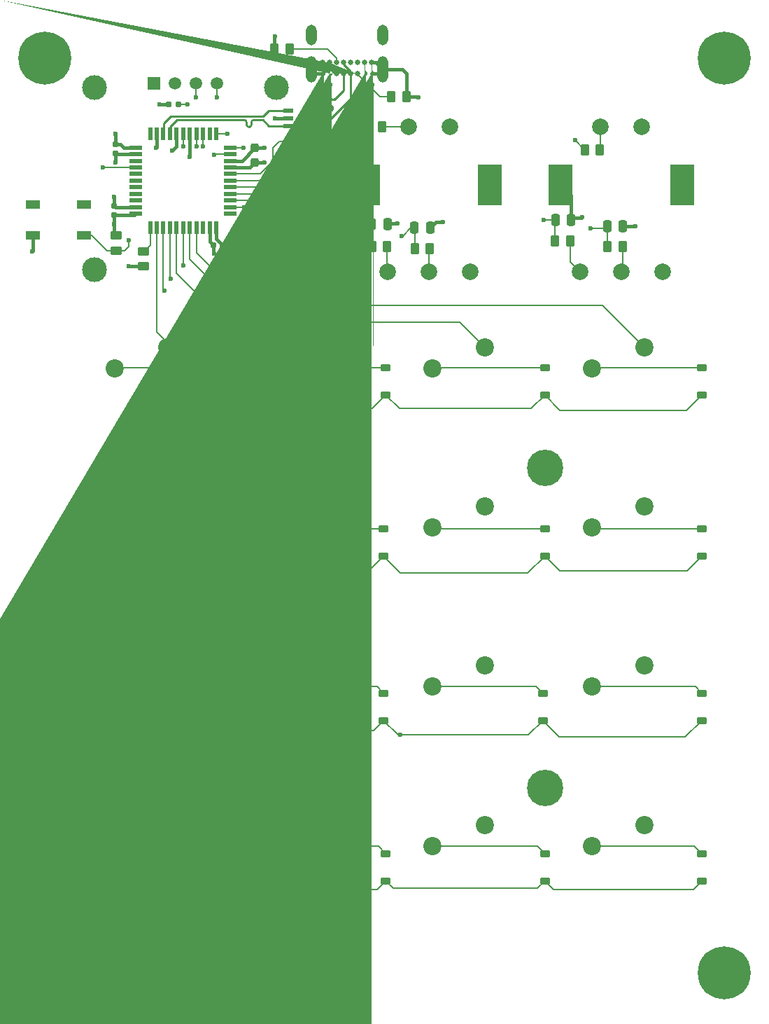
<source format=gbr>
%TF.GenerationSoftware,KiCad,Pcbnew,9.0.0*%
%TF.CreationDate,2025-06-12T19:16:51-06:00*%
%TF.ProjectId,final_macropad,66696e61-6c5f-46d6-9163-726f7061642e,rev?*%
%TF.SameCoordinates,Original*%
%TF.FileFunction,Copper,L4,Bot*%
%TF.FilePolarity,Positive*%
%FSLAX46Y46*%
G04 Gerber Fmt 4.6, Leading zero omitted, Abs format (unit mm)*
G04 Created by KiCad (PCBNEW 9.0.0) date 2025-06-12 19:16:51*
%MOMM*%
%LPD*%
G01*
G04 APERTURE LIST*
G04 Aperture macros list*
%AMRoundRect*
0 Rectangle with rounded corners*
0 $1 Rounding radius*
0 $2 $3 $4 $5 $6 $7 $8 $9 X,Y pos of 4 corners*
0 Add a 4 corners polygon primitive as box body*
4,1,4,$2,$3,$4,$5,$6,$7,$8,$9,$2,$3,0*
0 Add four circle primitives for the rounded corners*
1,1,$1+$1,$2,$3*
1,1,$1+$1,$4,$5*
1,1,$1+$1,$6,$7*
1,1,$1+$1,$8,$9*
0 Add four rect primitives between the rounded corners*
20,1,$1+$1,$2,$3,$4,$5,0*
20,1,$1+$1,$4,$5,$6,$7,0*
20,1,$1+$1,$6,$7,$8,$9,0*
20,1,$1+$1,$8,$9,$2,$3,0*%
%AMFreePoly0*
4,1,121,0.057437,0.323981,0.058316,0.323824,0.113316,0.308824,0.114166,0.308506,0.166166,0.283506,0.166873,0.283092,0.213873,0.250092,0.214579,0.249492,0.254579,0.208492,0.255133,0.207814,0.287133,0.160814,0.287573,0.160023,0.310573,0.108023,0.310851,0.107213,0.324851,0.051213,0.324988,0.050350,0.328988,-0.006650,0.328973,-0.007523,0.322973,-0.064523,0.322801,-0.065397,
0.306801,-0.120397,0.306455,-0.121271,0.280455,-0.172271,0.280021,-0.172972,0.246021,-0.218972,0.245402,-0.219664,0.203402,-0.258664,0.202695,-0.259211,0.155000,-0.289735,0.155000,-1.060082,0.202707,-1.090796,0.203402,-1.091336,0.245402,-1.130336,0.246021,-1.131028,0.280021,-1.177028,0.280455,-1.177729,0.306455,-1.228729,0.306801,-1.229603,0.322801,-1.284603,0.322973,-1.285477,
0.328973,-1.342477,0.328988,-1.343350,0.324988,-1.400350,0.324851,-1.401213,0.310851,-1.457213,0.310573,-1.458023,0.287573,-1.510023,0.287133,-1.510814,0.255133,-1.557814,0.254579,-1.558492,0.214579,-1.599492,0.213873,-1.600092,0.166873,-1.633092,0.166166,-1.633506,0.114166,-1.658506,0.113316,-1.658824,0.058316,-1.673824,0.057437,-1.673981,0.000437,-1.678981,-0.000437,-1.678981,
-0.057437,-1.673981,-0.058316,-1.673824,-0.113316,-1.658824,-0.114166,-1.658506,-0.166166,-1.633506,-0.166873,-1.633092,-0.213873,-1.600092,-0.214579,-1.599492,-0.254579,-1.558492,-0.255133,-1.557814,-0.287133,-1.510814,-0.287573,-1.510023,-0.310573,-1.458023,-0.310851,-1.457213,-0.324851,-1.401213,-0.324988,-1.400350,-0.328988,-1.343350,-0.328973,-1.342477,-0.322973,-1.285477,-0.322801,-1.284603,
-0.306801,-1.229603,-0.306455,-1.228729,-0.280455,-1.177729,-0.280021,-1.177028,-0.246021,-1.131028,-0.245402,-1.130336,-0.203402,-1.091336,-0.202695,-1.090789,-0.155000,-1.060264,-0.155000,-0.289735,-0.202695,-0.259211,-0.203402,-0.258664,-0.245402,-0.219664,-0.246021,-0.218972,-0.280021,-0.172972,-0.280455,-0.172271,-0.306455,-0.121271,-0.306801,-0.120397,-0.322801,-0.065397,-0.322973,-0.064523,
-0.328973,-0.007523,-0.328988,-0.006650,-0.324988,0.050350,-0.324851,0.051213,-0.310851,0.107213,-0.310573,0.108023,-0.287573,0.160023,-0.287133,0.160814,-0.255133,0.207814,-0.254579,0.208492,-0.214579,0.249492,-0.213873,0.250092,-0.166873,0.283092,-0.166166,0.283506,-0.114166,0.308506,-0.113316,0.308824,-0.058316,0.323824,-0.057437,0.323981,-0.000437,0.328981,0.000437,0.328981,
0.057437,0.323981,0.057437,0.323981,$1*%
%AMFreePoly1*
4,1,121,0.057437,0.323981,0.058316,0.323824,0.113316,0.308824,0.114166,0.308506,0.166166,0.283506,0.166873,0.283092,0.213873,0.250092,0.214579,0.249492,0.254579,0.208492,0.255133,0.207814,0.287133,0.160814,0.287573,0.160023,0.310573,0.108023,0.310851,0.107213,0.324851,0.051213,0.324988,0.050350,0.328988,-0.006650,0.328973,-0.007523,0.322973,-0.064523,0.322801,-0.065397,
0.306801,-0.120397,0.306455,-0.121271,0.280455,-0.172271,0.280021,-0.172972,0.246021,-0.218972,0.245402,-0.219664,0.203402,-0.258664,0.202695,-0.259211,0.155000,-0.289735,0.155000,-1.060264,0.202695,-1.090789,0.203402,-1.091336,0.245402,-1.130336,0.246021,-1.131028,0.280021,-1.177028,0.280455,-1.177729,0.306455,-1.228729,0.306801,-1.229603,0.322801,-1.284603,0.322973,-1.285477,
0.328973,-1.342477,0.328988,-1.343350,0.324988,-1.400350,0.324851,-1.401213,0.310851,-1.457213,0.310573,-1.458023,0.287573,-1.510023,0.287133,-1.510814,0.255133,-1.557814,0.254579,-1.558492,0.214579,-1.599492,0.213873,-1.600092,0.166873,-1.633092,0.166166,-1.633506,0.114166,-1.658506,0.113316,-1.658824,0.058316,-1.673824,0.057437,-1.673981,0.000437,-1.678981,-0.000437,-1.678981,
-0.057437,-1.673981,-0.058316,-1.673824,-0.113316,-1.658824,-0.114166,-1.658506,-0.166166,-1.633506,-0.166873,-1.633092,-0.213873,-1.600092,-0.214579,-1.599492,-0.254579,-1.558492,-0.255133,-1.557814,-0.287133,-1.510814,-0.287573,-1.510023,-0.310573,-1.458023,-0.310851,-1.457213,-0.324851,-1.401213,-0.324988,-1.400350,-0.328988,-1.343350,-0.328973,-1.342477,-0.322973,-1.285477,-0.322801,-1.284603,
-0.306801,-1.229603,-0.306455,-1.228729,-0.280455,-1.177729,-0.280021,-1.177028,-0.246021,-1.131028,-0.245402,-1.130336,-0.203402,-1.091336,-0.202695,-1.090789,-0.155000,-1.060264,-0.155000,-0.289735,-0.202695,-0.259211,-0.203402,-0.258664,-0.245402,-0.219664,-0.246021,-0.218972,-0.280021,-0.172972,-0.280455,-0.172271,-0.306455,-0.121271,-0.306801,-0.120397,-0.322801,-0.065397,-0.322973,-0.064523,
-0.328973,-0.007523,-0.328988,-0.006650,-0.324988,0.050350,-0.324851,0.051213,-0.310851,0.107213,-0.310573,0.108023,-0.287573,0.160023,-0.287133,0.160814,-0.255133,0.207814,-0.254579,0.208492,-0.214579,0.249492,-0.213873,0.250092,-0.166873,0.283092,-0.166166,0.283506,-0.114166,0.308506,-0.113316,0.308824,-0.058316,0.323824,-0.057437,0.323981,-0.000437,0.328981,0.000437,0.328981,
0.057437,0.323981,0.057437,0.323981,$1*%
G04 Aperture macros list end*
%TA.AperFunction,ComponentPad*%
%ADD10C,0.800000*%
%TD*%
%TA.AperFunction,ComponentPad*%
%ADD11C,6.400000*%
%TD*%
%TA.AperFunction,ComponentPad*%
%ADD12C,2.000000*%
%TD*%
%TA.AperFunction,ComponentPad*%
%ADD13R,3.000000X5.000000*%
%TD*%
%TA.AperFunction,ComponentPad*%
%ADD14C,2.200000*%
%TD*%
%TA.AperFunction,ComponentPad*%
%ADD15C,4.400000*%
%TD*%
%TA.AperFunction,ComponentPad*%
%ADD16R,1.508000X1.508000*%
%TD*%
%TA.AperFunction,ComponentPad*%
%ADD17C,1.508000*%
%TD*%
%TA.AperFunction,ComponentPad*%
%ADD18C,3.000000*%
%TD*%
%TA.AperFunction,ComponentPad*%
%ADD19FreePoly0,180.000000*%
%TD*%
%TA.AperFunction,ComponentPad*%
%ADD20C,0.648000*%
%TD*%
%TA.AperFunction,ComponentPad*%
%ADD21FreePoly1,180.000000*%
%TD*%
%TA.AperFunction,ComponentPad*%
%ADD22O,1.300000X2.500000*%
%TD*%
%TA.AperFunction,ComponentPad*%
%ADD23O,1.300000X3.200000*%
%TD*%
%TA.AperFunction,SMDPad,CuDef*%
%ADD24RoundRect,0.250000X0.250000X0.475000X-0.250000X0.475000X-0.250000X-0.475000X0.250000X-0.475000X0*%
%TD*%
%TA.AperFunction,SMDPad,CuDef*%
%ADD25RoundRect,0.250000X-0.250000X-0.475000X0.250000X-0.475000X0.250000X0.475000X-0.250000X0.475000X0*%
%TD*%
%TA.AperFunction,SMDPad,CuDef*%
%ADD26RoundRect,0.237500X-0.237500X0.300000X-0.237500X-0.300000X0.237500X-0.300000X0.237500X0.300000X0*%
%TD*%
%TA.AperFunction,SMDPad,CuDef*%
%ADD27RoundRect,0.250000X-0.262500X-0.450000X0.262500X-0.450000X0.262500X0.450000X-0.262500X0.450000X0*%
%TD*%
%TA.AperFunction,SMDPad,CuDef*%
%ADD28RoundRect,0.225000X0.375000X-0.225000X0.375000X0.225000X-0.375000X0.225000X-0.375000X-0.225000X0*%
%TD*%
%TA.AperFunction,SMDPad,CuDef*%
%ADD29RoundRect,0.155000X-0.155000X0.212500X-0.155000X-0.212500X0.155000X-0.212500X0.155000X0.212500X0*%
%TD*%
%TA.AperFunction,SMDPad,CuDef*%
%ADD30R,0.550000X1.500000*%
%TD*%
%TA.AperFunction,SMDPad,CuDef*%
%ADD31R,1.500000X0.550000*%
%TD*%
%TA.AperFunction,SMDPad,CuDef*%
%ADD32RoundRect,0.155000X-0.212500X-0.155000X0.212500X-0.155000X0.212500X0.155000X-0.212500X0.155000X0*%
%TD*%
%TA.AperFunction,SMDPad,CuDef*%
%ADD33R,1.803400X1.092200*%
%TD*%
%TA.AperFunction,SMDPad,CuDef*%
%ADD34RoundRect,0.250000X0.262500X0.450000X-0.262500X0.450000X-0.262500X-0.450000X0.262500X-0.450000X0*%
%TD*%
%TA.AperFunction,SMDPad,CuDef*%
%ADD35RoundRect,0.073750X-0.531250X-0.221250X0.531250X-0.221250X0.531250X0.221250X-0.531250X0.221250X0*%
%TD*%
%TA.AperFunction,SMDPad,CuDef*%
%ADD36RoundRect,0.155000X0.155000X-0.212500X0.155000X0.212500X-0.155000X0.212500X-0.155000X-0.212500X0*%
%TD*%
%TA.AperFunction,SMDPad,CuDef*%
%ADD37RoundRect,0.250000X-0.450000X0.262500X-0.450000X-0.262500X0.450000X-0.262500X0.450000X0.262500X0*%
%TD*%
%TA.AperFunction,SMDPad,CuDef*%
%ADD38RoundRect,0.155000X0.212500X0.155000X-0.212500X0.155000X-0.212500X-0.155000X0.212500X-0.155000X0*%
%TD*%
%TA.AperFunction,SMDPad,CuDef*%
%ADD39R,1.200000X1.400000*%
%TD*%
%TA.AperFunction,ViaPad*%
%ADD40C,0.600000*%
%TD*%
%TA.AperFunction,ViaPad*%
%ADD41C,0.762000*%
%TD*%
%TA.AperFunction,Conductor*%
%ADD42C,0.200000*%
%TD*%
%TA.AperFunction,Conductor*%
%ADD43C,0.381000*%
%TD*%
%TA.AperFunction,Conductor*%
%ADD44C,0.254000*%
%TD*%
G04 APERTURE END LIST*
D10*
%TO.P,H3,1,1*%
%TO.N,GND*%
X30600000Y-140052944D03*
X31302944Y-138355888D03*
X31302944Y-141750000D03*
X33000000Y-137652944D03*
D11*
X33000000Y-140052944D03*
D10*
X33000000Y-142452944D03*
X34697056Y-138355888D03*
X34697056Y-141750000D03*
X35400000Y-140052944D03*
%TD*%
D12*
%TO.P,S17,1,1*%
%TO.N,Net-(R7-Pad2)*%
X100250000Y-37750000D03*
%TO.P,S17,2,2*%
%TO.N,GND*%
X105250000Y-37750000D03*
%TO.P,S17,A,CHANNEL_A*%
%TO.N,Net-(S17-CHANNEL_A)*%
X97750000Y-55250000D03*
%TO.P,S17,B,CHANNEL_B*%
%TO.N,Net-(S17-CHANNEL_B)*%
X102750000Y-55250000D03*
%TO.P,S17,C,COMMON*%
%TO.N,GND*%
X107750000Y-55250000D03*
D13*
%TO.P,S17,S1,SHIELD*%
X95400000Y-44750000D03*
%TO.P,S17,S2,SHIELD*%
X110100000Y-44750000D03*
%TD*%
D10*
%TO.P,H4,1,1*%
%TO.N,GND*%
X112850000Y-140052944D03*
X113552944Y-138355888D03*
X113552944Y-141750000D03*
X115250000Y-137652944D03*
D11*
X115250000Y-140052944D03*
D10*
X115250000Y-142452944D03*
X116947056Y-138355888D03*
X116947056Y-141750000D03*
X117650000Y-140052944D03*
%TD*%
D14*
%TO.P,S3,1,1*%
%TO.N,COL 2*%
X86290000Y-64380000D03*
%TO.P,S3,2,2*%
%TO.N,Net-(D3-A)*%
X79940000Y-66920000D03*
%TD*%
%TO.P,S14,1,1*%
%TO.N,COL 1*%
X67040000Y-122170000D03*
%TO.P,S14,2,2*%
%TO.N,Net-(D14-A)*%
X60690000Y-124710000D03*
%TD*%
%TO.P,S6,1,1*%
%TO.N,COL 1*%
X67040000Y-83630000D03*
%TO.P,S6,2,2*%
%TO.N,Net-(D6-A)*%
X60690000Y-86170000D03*
%TD*%
D15*
%TO.P,H8,1,1*%
%TO.N,GND*%
X93570000Y-117710000D03*
%TD*%
%TO.P,H5,1,1*%
%TO.N,GND*%
X54670000Y-78960000D03*
%TD*%
D14*
%TO.P,S7,1,1*%
%TO.N,COL 2*%
X86290000Y-83630000D03*
%TO.P,S7,2,2*%
%TO.N,Net-(D7-A)*%
X79940000Y-86170000D03*
%TD*%
%TO.P,S4,1,1*%
%TO.N,COL 3*%
X105540000Y-64380000D03*
%TO.P,S4,2,2*%
%TO.N,Net-(D4-A)*%
X99190000Y-66920000D03*
%TD*%
%TO.P,S8,1,1*%
%TO.N,COL 3*%
X105540000Y-83630000D03*
%TO.P,S8,2,2*%
%TO.N,Net-(D8-A)*%
X99190000Y-86170000D03*
%TD*%
D10*
%TO.P,H1,1,1*%
%TO.N,GND*%
X30600000Y-29447056D03*
X31302944Y-27750000D03*
X31302944Y-31144112D03*
X33000000Y-27047056D03*
D11*
X33000000Y-29447056D03*
D10*
X33000000Y-31847056D03*
X34697056Y-27750000D03*
X34697056Y-31144112D03*
X35400000Y-29447056D03*
%TD*%
D15*
%TO.P,H6,1,1*%
%TO.N,GND*%
X54670000Y-117710000D03*
%TD*%
D14*
%TO.P,S5,1,1*%
%TO.N,COL 0*%
X47790000Y-83630000D03*
%TO.P,S5,2,2*%
%TO.N,Net-(D5-A)*%
X41440000Y-86170000D03*
%TD*%
%TO.P,S1,1,1*%
%TO.N,COL 0*%
X47790000Y-64380000D03*
%TO.P,S1,2,2*%
%TO.N,Net-(D1-A)*%
X41440000Y-66920000D03*
%TD*%
%TO.P,S10,1,1*%
%TO.N,COL 1*%
X67040000Y-102880000D03*
%TO.P,S10,2,2*%
%TO.N,Net-(D10-A)*%
X60690000Y-105420000D03*
%TD*%
D15*
%TO.P,H7,1,1*%
%TO.N,GND*%
X93570000Y-78960000D03*
%TD*%
D10*
%TO.P,H2,1,1*%
%TO.N,GND*%
X112850000Y-29447056D03*
X113552944Y-27750000D03*
X113552944Y-31144112D03*
X115250000Y-27047056D03*
D11*
X115250000Y-29447056D03*
D10*
X115250000Y-31847056D03*
X116947056Y-27750000D03*
X116947056Y-31144112D03*
X117650000Y-29447056D03*
%TD*%
D14*
%TO.P,S12,1,1*%
%TO.N,COL 3*%
X105540000Y-102880000D03*
%TO.P,S12,2,2*%
%TO.N,Net-(D12-A)*%
X99190000Y-105420000D03*
%TD*%
D16*
%TO.P,U3,1,GND*%
%TO.N,GND*%
X46190000Y-32500000D03*
D17*
%TO.P,U3,2,VCC_IN*%
%TO.N,5V*%
X48730000Y-32500000D03*
%TO.P,U3,3,SCL*%
%TO.N,SCL*%
X51270000Y-32500000D03*
%TO.P,U3,4,SDA*%
%TO.N,SDA*%
X53810000Y-32500000D03*
D18*
%TO.P,U3,S1*%
%TO.N,GND*%
X39000000Y-33000000D03*
%TO.P,U3,S2*%
X61000000Y-33000000D03*
%TO.P,U3,S3*%
X61000000Y-55000000D03*
%TO.P,U3,S4*%
X39000000Y-55000000D03*
%TD*%
D14*
%TO.P,S2,1,1*%
%TO.N,COL 1*%
X67040000Y-64380000D03*
%TO.P,S2,2,2*%
%TO.N,Net-(D2-A)*%
X60690000Y-66920000D03*
%TD*%
%TO.P,S9,1,1*%
%TO.N,COL 0*%
X47790000Y-102880000D03*
%TO.P,S9,2,2*%
%TO.N,Net-(D9-A)*%
X41440000Y-105420000D03*
%TD*%
D19*
%TO.P,J2,A1,GND1*%
%TO.N,GND*%
X72571000Y-31272000D03*
%TO.P,J2,A4,VBUS1*%
%TO.N,VBUS+*%
X71721000Y-31272000D03*
D20*
%TO.P,J2,A5,CC1*%
%TO.N,Net-(J2-CC1)*%
X70871000Y-31272000D03*
%TO.P,J2,A6,DA+*%
%TO.N,USB_D+*%
X70021000Y-31272000D03*
%TO.P,J2,A7,DA-*%
%TO.N,USB_D-*%
X69171000Y-31272000D03*
%TO.P,J2,A8,SBU1*%
%TO.N,unconnected-(J2-SBU1-PadA8)*%
X68321000Y-31272000D03*
D21*
%TO.P,J2,A9,VBUS2*%
%TO.N,VBUS+*%
X67471000Y-31272000D03*
D19*
%TO.P,J2,A12,GND2*%
%TO.N,GND*%
X66621000Y-31272000D03*
D20*
%TO.P,J2,B1,GND3*%
X66621000Y-29922000D03*
%TO.P,J2,B4,VBUS3*%
%TO.N,VBUS+*%
X67471000Y-29922000D03*
%TO.P,J2,B5,CC2*%
%TO.N,Net-(J2-CC2)*%
X68321000Y-29922000D03*
%TO.P,J2,B6,DB+*%
%TO.N,USB_D+*%
X69171000Y-29922000D03*
%TO.P,J2,B7,DB-*%
%TO.N,USB_D-*%
X70021000Y-29922000D03*
%TO.P,J2,B8,SBU2*%
%TO.N,unconnected-(J2-SBU2-PadB8)*%
X70871000Y-29922000D03*
%TO.P,J2,B9,VBUS4*%
%TO.N,VBUS+*%
X71721000Y-29922000D03*
%TO.P,J2,B12,GND4*%
%TO.N,GND*%
X72571000Y-29922000D03*
D22*
%TO.P,J2,SH1,SHIELD1*%
X73916000Y-26622000D03*
%TO.P,J2,SH2,SHIELD2*%
X65276000Y-26622000D03*
D23*
%TO.P,J2,SH3,SHIELD3*%
X73916000Y-30772000D03*
%TO.P,J2,SH4,SHIELD4*%
X65276000Y-30772000D03*
%TD*%
D14*
%TO.P,S15,1,1*%
%TO.N,COL 2*%
X86290000Y-122170000D03*
%TO.P,S15,2,2*%
%TO.N,Net-(D15-A)*%
X79940000Y-124710000D03*
%TD*%
D12*
%TO.P,S18,1,1*%
%TO.N,Net-(R10-Pad2)*%
X77000000Y-37750000D03*
%TO.P,S18,2,2*%
%TO.N,GND*%
X82000000Y-37750000D03*
%TO.P,S18,A,CHANNEL_A*%
%TO.N,Net-(S18-CHANNEL_A)*%
X74500000Y-55250000D03*
%TO.P,S18,B,CHANNEL_B*%
%TO.N,Net-(S18-CHANNEL_B)*%
X79500000Y-55250000D03*
%TO.P,S18,C,COMMON*%
%TO.N,GND*%
X84500000Y-55250000D03*
D13*
%TO.P,S18,S1,SHIELD*%
X72150000Y-44750000D03*
%TO.P,S18,S2,SHIELD*%
X86850000Y-44750000D03*
%TD*%
D14*
%TO.P,S16,1,1*%
%TO.N,COL 3*%
X105540000Y-122170000D03*
%TO.P,S16,2,2*%
%TO.N,Net-(D16-A)*%
X99190000Y-124710000D03*
%TD*%
%TO.P,S13,1,1*%
%TO.N,COL 0*%
X47790000Y-122170000D03*
%TO.P,S13,2,2*%
%TO.N,Net-(D13-A)*%
X41440000Y-124710000D03*
%TD*%
%TO.P,S11,1,1*%
%TO.N,COL 2*%
X86290000Y-102880000D03*
%TO.P,S11,2,2*%
%TO.N,Net-(D11-A)*%
X79940000Y-105420000D03*
%TD*%
D24*
%TO.P,C6,1*%
%TO.N,GND*%
X63942000Y-47625000D03*
%TO.P,C6,2*%
%TO.N,Net-(U1-XTAL1)*%
X62042000Y-47625000D03*
%TD*%
D25*
%TO.P,C7,1*%
%TO.N,GND*%
X62042000Y-40894000D03*
%TO.P,C7,2*%
%TO.N,Net-(U1-XTAL2)*%
X63942000Y-40894000D03*
%TD*%
D26*
%TO.P,C5,1*%
%TO.N,5V*%
X58420000Y-40312000D03*
%TO.P,C5,2*%
%TO.N,GND*%
X58420000Y-42037000D03*
%TD*%
D27*
%TO.P,R10,1*%
%TO.N,SW1*%
X71985500Y-37719000D03*
%TO.P,R10,2*%
%TO.N,Net-(R10-Pad2)*%
X73810500Y-37719000D03*
%TD*%
D28*
%TO.P,D9,1,K*%
%TO.N,ROW 2*%
X54750000Y-109500000D03*
%TO.P,D9,2,A*%
%TO.N,Net-(D9-A)*%
X54750000Y-106200000D03*
%TD*%
D25*
%TO.P,C11,1*%
%TO.N,ROTB1*%
X77712500Y-49962500D03*
%TO.P,C11,2*%
%TO.N,GND*%
X79612500Y-49962500D03*
%TD*%
D28*
%TO.P,D7,1,K*%
%TO.N,ROW 1*%
X93500000Y-89650000D03*
%TO.P,D7,2,A*%
%TO.N,Net-(D7-A)*%
X93500000Y-86350000D03*
%TD*%
D29*
%TO.P,C3,1*%
%TO.N,5V*%
X41529000Y-39818500D03*
%TO.P,C3,2*%
%TO.N,GND*%
X41529000Y-40953500D03*
%TD*%
D27*
%TO.P,R8,1*%
%TO.N,ROTA1*%
X72587500Y-52250000D03*
%TO.P,R8,2*%
%TO.N,Net-(S18-CHANNEL_A)*%
X74412500Y-52250000D03*
%TD*%
%TO.P,R7,1*%
%TO.N,SW0*%
X98337500Y-40500000D03*
%TO.P,R7,2*%
%TO.N,Net-(R7-Pad2)*%
X100162500Y-40500000D03*
%TD*%
D28*
%TO.P,D1,1,K*%
%TO.N,ROW 0*%
X54750000Y-70150000D03*
%TO.P,D1,2,A*%
%TO.N,Net-(D1-A)*%
X54750000Y-66850000D03*
%TD*%
D30*
%TO.P,U1,1,PE6*%
%TO.N,unconnected-(U1-PE6-Pad1)*%
X45750000Y-38550000D03*
%TO.P,U1,2,UVCC*%
%TO.N,5V*%
X46550000Y-38550000D03*
%TO.P,U1,3,D-*%
%TO.N,MPU_USB_D-*%
X47350000Y-38550000D03*
%TO.P,U1,4,D+*%
%TO.N,MPU_USB_D+*%
X48150000Y-38550000D03*
%TO.P,U1,5,UGND*%
%TO.N,GND*%
X48950000Y-38550000D03*
%TO.P,U1,6,UCAP*%
%TO.N,Net-(U1-UCAP)*%
X49750000Y-38550000D03*
%TO.P,U1,7,VBUS*%
%TO.N,5V*%
X50550000Y-38550000D03*
%TO.P,U1,8,PB0*%
%TO.N,SCL*%
X51350000Y-38550000D03*
%TO.P,U1,9,PB1*%
%TO.N,SDA*%
X52150000Y-38550000D03*
%TO.P,U1,10,PB2*%
%TO.N,unconnected-(U1-PB2-Pad10)*%
X52950000Y-38550000D03*
%TO.P,U1,11,PB3*%
%TO.N,SW1*%
X53750000Y-38550000D03*
D31*
%TO.P,U1,12,PB7*%
%TO.N,SW0*%
X55450000Y-40250000D03*
%TO.P,U1,13,~{RESET}*%
%TO.N,Net-(U1-~{RESET})*%
X55450000Y-41050000D03*
%TO.P,U1,14,VCC*%
%TO.N,5V*%
X55450000Y-41850000D03*
%TO.P,U1,15,GND*%
%TO.N,GND*%
X55450000Y-42650000D03*
%TO.P,U1,16,XTAL2*%
%TO.N,Net-(U1-XTAL2)*%
X55450000Y-43450000D03*
%TO.P,U1,17,XTAL1*%
%TO.N,Net-(U1-XTAL1)*%
X55450000Y-44250000D03*
%TO.P,U1,18,PD0*%
%TO.N,ROTA0*%
X55450000Y-45050000D03*
%TO.P,U1,19,PD1*%
%TO.N,ROTA1*%
X55450000Y-45850000D03*
%TO.P,U1,20,PD2*%
%TO.N,ROTB0*%
X55450000Y-46650000D03*
%TO.P,U1,21,PD3*%
%TO.N,ROTB1*%
X55450000Y-47450000D03*
%TO.P,U1,22,PD5*%
%TO.N,unconnected-(U1-PD5-Pad22)*%
X55450000Y-48250000D03*
D30*
%TO.P,U1,23,GND*%
%TO.N,GND*%
X53750000Y-49950000D03*
%TO.P,U1,24,AVCC*%
%TO.N,5V*%
X52950000Y-49950000D03*
%TO.P,U1,25,PD4*%
%TO.N,unconnected-(U1-PD4-Pad25)*%
X52150000Y-49950000D03*
%TO.P,U1,26,PD6*%
%TO.N,COL 3*%
X51350000Y-49950000D03*
%TO.P,U1,27,PD7*%
%TO.N,COL 2*%
X50550000Y-49950000D03*
%TO.P,U1,28,PB4*%
%TO.N,ROW 2*%
X49750000Y-49950000D03*
%TO.P,U1,29,PB5*%
%TO.N,COL 1*%
X48950000Y-49950000D03*
%TO.P,U1,30,PB6*%
%TO.N,ROW 1*%
X48150000Y-49950000D03*
%TO.P,U1,31,PC6*%
%TO.N,ROW 0*%
X47350000Y-49950000D03*
%TO.P,U1,32,PC7*%
%TO.N,COL 0*%
X46550000Y-49950000D03*
%TO.P,U1,33,~{HWB}/PE2*%
%TO.N,Net-(U1-~{HWB}{slash}PE2)*%
X45750000Y-49950000D03*
D31*
%TO.P,U1,34,VCC*%
%TO.N,5V*%
X44050000Y-48250000D03*
%TO.P,U1,35,GND*%
%TO.N,GND*%
X44050000Y-47450000D03*
%TO.P,U1,36,PF7*%
%TO.N,unconnected-(U1-PF7-Pad36)*%
X44050000Y-46650000D03*
%TO.P,U1,37,PF6*%
%TO.N,unconnected-(U1-PF6-Pad37)*%
X44050000Y-45850000D03*
%TO.P,U1,38,PF5*%
%TO.N,unconnected-(U1-PF5-Pad38)*%
X44050000Y-45050000D03*
%TO.P,U1,39,PF4*%
%TO.N,unconnected-(U1-PF4-Pad39)*%
X44050000Y-44250000D03*
%TO.P,U1,40,PF1*%
%TO.N,unconnected-(U1-PF1-Pad40)*%
X44050000Y-43450000D03*
%TO.P,U1,41,PF0*%
%TO.N,ROW 3*%
X44050000Y-42650000D03*
%TO.P,U1,42,AREF*%
%TO.N,unconnected-(U1-AREF-Pad42)*%
X44050000Y-41850000D03*
%TO.P,U1,43,GND*%
%TO.N,GND*%
X44050000Y-41050000D03*
%TO.P,U1,44,AVCC*%
%TO.N,5V*%
X44050000Y-40250000D03*
%TD*%
D28*
%TO.P,D13,1,K*%
%TO.N,ROW 3*%
X55000000Y-128900000D03*
%TO.P,D13,2,A*%
%TO.N,Net-(D13-A)*%
X55000000Y-125600000D03*
%TD*%
%TO.P,D8,1,K*%
%TO.N,ROW 1*%
X112500000Y-89650000D03*
%TO.P,D8,2,A*%
%TO.N,Net-(D8-A)*%
X112500000Y-86350000D03*
%TD*%
D27*
%TO.P,R9,1*%
%TO.N,ROTB1*%
X77750000Y-52462500D03*
%TO.P,R9,2*%
%TO.N,Net-(S18-CHANNEL_B)*%
X79575000Y-52462500D03*
%TD*%
D28*
%TO.P,D15,1,K*%
%TO.N,ROW 3*%
X93500000Y-128900000D03*
%TO.P,D15,2,A*%
%TO.N,Net-(D15-A)*%
X93500000Y-125600000D03*
%TD*%
%TO.P,D2,1,K*%
%TO.N,ROW 0*%
X74250000Y-70150000D03*
%TO.P,D2,2,A*%
%TO.N,Net-(D2-A)*%
X74250000Y-66850000D03*
%TD*%
%TO.P,D16,1,K*%
%TO.N,ROW 3*%
X112500000Y-128900000D03*
%TO.P,D16,2,A*%
%TO.N,Net-(D16-A)*%
X112500000Y-125600000D03*
%TD*%
D32*
%TO.P,C4,1*%
%TO.N,5V*%
X53407500Y-52070000D03*
%TO.P,C4,2*%
%TO.N,GND*%
X54542500Y-52070000D03*
%TD*%
D28*
%TO.P,D4,1,K*%
%TO.N,ROW 0*%
X112500000Y-70150000D03*
%TO.P,D4,2,A*%
%TO.N,Net-(D4-A)*%
X112500000Y-66850000D03*
%TD*%
D33*
%TO.P,SW1,1,1*%
%TO.N,unconnected-(SW1-Pad1)*%
X37770999Y-47128151D03*
%TO.P,SW1,2,2*%
%TO.N,unconnected-(SW1-Pad2)*%
X31571001Y-47128151D03*
%TO.P,SW1,3,3*%
%TO.N,Net-(U1-~{RESET})*%
X37770999Y-50828149D03*
%TO.P,SW1,4,4*%
%TO.N,GND*%
X31571001Y-50828149D03*
%TD*%
D25*
%TO.P,C10,1*%
%TO.N,ROTA1*%
X72550000Y-49500000D03*
%TO.P,C10,2*%
%TO.N,GND*%
X74450000Y-49500000D03*
%TD*%
D28*
%TO.P,D3,1,K*%
%TO.N,ROW 0*%
X93500000Y-70150000D03*
%TO.P,D3,2,A*%
%TO.N,Net-(D3-A)*%
X93500000Y-66850000D03*
%TD*%
D34*
%TO.P,R12,1*%
%TO.N,Net-(J2-CC2)*%
X62634500Y-28321000D03*
%TO.P,R12,2*%
%TO.N,GND*%
X60809500Y-28321000D03*
%TD*%
D27*
%TO.P,R5,1*%
%TO.N,ROTA0*%
X94750000Y-51522000D03*
%TO.P,R5,2*%
%TO.N,Net-(S17-CHANNEL_A)*%
X96575000Y-51522000D03*
%TD*%
D35*
%TO.P,U2,1*%
%TO.N,MPU_USB_D+*%
X62428000Y-37653000D03*
%TO.P,U2,2*%
%TO.N,GND*%
X62428000Y-36703000D03*
%TO.P,U2,3*%
%TO.N,MPU_USB_D-*%
X62428000Y-35753000D03*
%TO.P,U2,4*%
%TO.N,USB_D-*%
X64938000Y-35753000D03*
%TO.P,U2,5*%
%TO.N,VBUS+*%
X64938000Y-36703000D03*
%TO.P,U2,6*%
%TO.N,USB_D+*%
X64938000Y-37653000D03*
%TD*%
D36*
%TO.P,C2,1*%
%TO.N,5V*%
X41402000Y-48446500D03*
%TO.P,C2,2*%
%TO.N,GND*%
X41402000Y-47311500D03*
%TD*%
D28*
%TO.P,D12,1,K*%
%TO.N,ROW 2*%
X112500000Y-109500000D03*
%TO.P,D12,2,A*%
%TO.N,Net-(D12-A)*%
X112500000Y-106200000D03*
%TD*%
%TO.P,D5,1,K*%
%TO.N,ROW 1*%
X54750000Y-89650000D03*
%TO.P,D5,2,A*%
%TO.N,Net-(D5-A)*%
X54750000Y-86350000D03*
%TD*%
%TO.P,D14,1,K*%
%TO.N,ROW 3*%
X74250000Y-128900000D03*
%TO.P,D14,2,A*%
%TO.N,Net-(D14-A)*%
X74250000Y-125600000D03*
%TD*%
D37*
%TO.P,R4,1*%
%TO.N,5V*%
X41656000Y-50903500D03*
%TO.P,R4,2*%
%TO.N,Net-(U1-~{RESET})*%
X41656000Y-52728500D03*
%TD*%
%TO.P,R1,1*%
%TO.N,Net-(U1-~{HWB}{slash}PE2)*%
X44958000Y-52808500D03*
%TO.P,R1,2*%
%TO.N,GND*%
X44958000Y-54633500D03*
%TD*%
D28*
%TO.P,D10,1,K*%
%TO.N,ROW 2*%
X74000000Y-109500000D03*
%TO.P,D10,2,A*%
%TO.N,Net-(D10-A)*%
X74000000Y-106200000D03*
%TD*%
D38*
%TO.P,C1,1*%
%TO.N,Net-(U1-UCAP)*%
X49149000Y-35052000D03*
%TO.P,C1,2*%
%TO.N,GND*%
X48014000Y-35052000D03*
%TD*%
D28*
%TO.P,D6,1,K*%
%TO.N,ROW 1*%
X74000000Y-89650000D03*
%TO.P,D6,2,A*%
%TO.N,Net-(D6-A)*%
X74000000Y-86350000D03*
%TD*%
%TO.P,D11,1,K*%
%TO.N,ROW 2*%
X93250000Y-109500000D03*
%TO.P,D11,2,A*%
%TO.N,Net-(D11-A)*%
X93250000Y-106200000D03*
%TD*%
D27*
%TO.P,R6,1*%
%TO.N,ROTB0*%
X101087500Y-52250000D03*
%TO.P,R6,2*%
%TO.N,Net-(S17-CHANNEL_B)*%
X102912500Y-52250000D03*
%TD*%
D34*
%TO.P,R11,1*%
%TO.N,GND*%
X76758500Y-34122000D03*
%TO.P,R11,2*%
%TO.N,Net-(J2-CC1)*%
X74933500Y-34122000D03*
%TD*%
D39*
%TO.P,Y1,1,1*%
%TO.N,Net-(U1-XTAL1)*%
X62142000Y-45423000D03*
%TO.P,Y1,2,2*%
%TO.N,GND*%
X62142000Y-43223000D03*
%TO.P,Y1,3,3*%
%TO.N,Net-(U1-XTAL2)*%
X63842000Y-43223000D03*
%TO.P,Y1,4,4*%
%TO.N,GND*%
X63842000Y-45423000D03*
%TD*%
D25*
%TO.P,C8,1*%
%TO.N,ROTA0*%
X94800000Y-49022000D03*
%TO.P,C8,2*%
%TO.N,GND*%
X96700000Y-49022000D03*
%TD*%
%TO.P,C9,1*%
%TO.N,ROTB0*%
X101050000Y-49750000D03*
%TO.P,C9,2*%
%TO.N,GND*%
X102950000Y-49750000D03*
%TD*%
D40*
%TO.N,Net-(U1-UCAP)*%
X50232500Y-35052000D03*
X49784000Y-40132000D03*
%TO.N,GND*%
X60452000Y-43180000D03*
X41402000Y-46228000D03*
X55753000Y-52070000D03*
X60889000Y-36703000D03*
X75692000Y-49410000D03*
X60833000Y-26797000D03*
X41529000Y-42037000D03*
X59563000Y-42063500D03*
X98044000Y-48641000D03*
X43180000Y-54610000D03*
X46852500Y-35052000D03*
X31496000Y-52832000D03*
X81153000Y-49276000D03*
X78232000Y-34163000D03*
X65278000Y-45466000D03*
X104500000Y-49750000D03*
X48387000Y-40640000D03*
%TO.N,Net-(U1-~{RESET})*%
X53467000Y-41148000D03*
X43180000Y-51435000D03*
%TO.N,ROW 0*%
X47498000Y-57531000D03*
X52832000Y-70104000D03*
%TO.N,ROW 1*%
X57883000Y-91694000D03*
X48260000Y-56134000D03*
%TO.N,ROW 2*%
X49784000Y-54483000D03*
X76000000Y-111250000D03*
%TO.N,5V*%
X46500000Y-40250000D03*
X53467000Y-53086000D03*
X41402000Y-49530000D03*
X59563000Y-40285500D03*
X50546000Y-41402000D03*
X41529000Y-38608000D03*
%TO.N,SCL*%
X51308000Y-34163000D03*
X51350000Y-40132000D03*
%TO.N,SDA*%
X52150000Y-40132000D03*
X53848000Y-34163000D03*
%TO.N,SW0*%
X57023000Y-40259000D03*
X97155000Y-39370000D03*
%TO.N,ROTA0*%
X59944000Y-45085000D03*
X93345000Y-49022000D03*
%TO.N,ROTB0*%
X58102500Y-46672500D03*
X99000000Y-50000000D03*
%TO.N,ROTA1*%
X59055000Y-45847000D03*
X71247000Y-49410000D03*
%TO.N,ROTB1*%
X57150000Y-47450000D03*
X76200000Y-50927000D03*
%TO.N,SW1*%
X70358000Y-38550000D03*
X55118000Y-38608000D03*
D41*
%TO.N,VBUS+*%
X66477000Y-36703000D03*
D40*
%TO.N,ROW 3*%
X40027000Y-42650000D03*
X54991000Y-130556000D03*
%TD*%
D42*
%TO.N,Net-(U1-UCAP)*%
X49784000Y-38584000D02*
X49750000Y-38550000D01*
X49784000Y-40132000D02*
X49784000Y-38584000D01*
X50232500Y-35052000D02*
X49149000Y-35052000D01*
D43*
%TO.N,GND*%
X73066000Y-29922000D02*
X73916000Y-30772000D01*
X97935000Y-48750000D02*
X96700000Y-48750000D01*
X48387000Y-40640000D02*
X48950000Y-40077000D01*
X60809500Y-28321000D02*
X60809500Y-26820500D01*
X74540000Y-49410000D02*
X74450000Y-49500000D01*
X66126000Y-29922000D02*
X65276000Y-30772000D01*
X63842000Y-45423000D02*
X63842000Y-47525000D01*
X72571000Y-31272000D02*
X73416000Y-31272000D01*
X76758500Y-34122000D02*
X76758500Y-31292500D01*
X63842000Y-45423000D02*
X65235000Y-45423000D01*
X96700000Y-46050000D02*
X95400000Y-44750000D01*
X63842000Y-47525000D02*
X63942000Y-47625000D01*
X72571000Y-29922000D02*
X73066000Y-29922000D01*
X62142000Y-43223000D02*
X60495000Y-43223000D01*
X57807000Y-42650000D02*
X58420000Y-42037000D01*
X96700000Y-48750000D02*
X96700000Y-46050000D01*
X65235000Y-45423000D02*
X65278000Y-45466000D01*
X80299000Y-49276000D02*
X79612500Y-49962500D01*
X31571001Y-50828149D02*
X31571001Y-52756999D01*
X66621000Y-31272000D02*
X65776000Y-31272000D01*
X44958000Y-54633500D02*
X43203500Y-54633500D01*
X60809500Y-26820500D02*
X60833000Y-26797000D01*
X73416000Y-31272000D02*
X73916000Y-30772000D01*
X41625500Y-41050000D02*
X41529000Y-40953500D01*
X58420000Y-42037000D02*
X59536500Y-42037000D01*
X81153000Y-49276000D02*
X80299000Y-49276000D01*
X31571001Y-52756999D02*
X31496000Y-52832000D01*
X65776000Y-31272000D02*
X65276000Y-30772000D01*
X41529000Y-40953500D02*
X41529000Y-42037000D01*
X55450000Y-42650000D02*
X57807000Y-42650000D01*
X53750000Y-49950000D02*
X53750000Y-51277500D01*
X78191000Y-34122000D02*
X78232000Y-34163000D01*
X76758500Y-31292500D02*
X76238000Y-30772000D01*
X41540500Y-47450000D02*
X41402000Y-47311500D01*
X53750000Y-51277500D02*
X54542500Y-52070000D01*
X98044000Y-48641000D02*
X97935000Y-48750000D01*
X62142000Y-40994000D02*
X62042000Y-40894000D01*
X55753000Y-52070000D02*
X54542500Y-52070000D01*
X66621000Y-29922000D02*
X66126000Y-29922000D01*
X59536500Y-42037000D02*
X59563000Y-42063500D01*
X76238000Y-30772000D02*
X73916000Y-30772000D01*
X44050000Y-41050000D02*
X41625500Y-41050000D01*
X48950000Y-40077000D02*
X48950000Y-38550000D01*
X48014000Y-35052000D02*
X46852500Y-35052000D01*
X60889000Y-36703000D02*
X62428000Y-36703000D01*
X46567500Y-32877500D02*
X46190000Y-32500000D01*
X60495000Y-43223000D02*
X60452000Y-43180000D01*
X75692000Y-49410000D02*
X74540000Y-49410000D01*
X44050000Y-47450000D02*
X41540500Y-47450000D01*
X41402000Y-47311500D02*
X41402000Y-46228000D01*
X62142000Y-43223000D02*
X62142000Y-40994000D01*
X76758500Y-34122000D02*
X78191000Y-34122000D01*
X102950000Y-49750000D02*
X104500000Y-49750000D01*
D42*
%TO.N,Net-(U1-XTAL2)*%
X60579000Y-40259000D02*
X61341000Y-39497000D01*
X61341000Y-39497000D02*
X63373000Y-39497000D01*
X63942000Y-40066000D02*
X63942000Y-40894000D01*
X59039000Y-43450000D02*
X60579000Y-41910000D01*
X60579000Y-41910000D02*
X60579000Y-40259000D01*
X63942000Y-43123000D02*
X63842000Y-43223000D01*
X63373000Y-39497000D02*
X63942000Y-40066000D01*
X55450000Y-43450000D02*
X59039000Y-43450000D01*
X63942000Y-40894000D02*
X63942000Y-43123000D01*
%TO.N,Net-(U1-~{HWB}{slash}PE2)*%
X45750000Y-49950000D02*
X45750000Y-52016500D01*
X45750000Y-52016500D02*
X44958000Y-52808500D01*
%TO.N,Net-(U1-~{RESET})*%
X43180000Y-51435000D02*
X43180000Y-52197000D01*
X42648500Y-52728500D02*
X41656000Y-52728500D01*
X40536500Y-52728500D02*
X38636149Y-50828149D01*
X43180000Y-52197000D02*
X42648500Y-52728500D01*
X41656000Y-52728500D02*
X40536500Y-52728500D01*
X38636149Y-50828149D02*
X37770999Y-50828149D01*
X53467000Y-41148000D02*
X53565000Y-41050000D01*
X53565000Y-41050000D02*
X55450000Y-41050000D01*
%TO.N,ROW 0*%
X75911000Y-71811000D02*
X91839000Y-71811000D01*
X74250000Y-70150000D02*
X75911000Y-71811000D01*
X54750000Y-70150000D02*
X52878000Y-70150000D01*
X93500000Y-70150000D02*
X95350000Y-72000000D01*
X47350000Y-57383000D02*
X47498000Y-57531000D01*
X52878000Y-70150000D02*
X52832000Y-70104000D01*
X47350000Y-49950000D02*
X47350000Y-57383000D01*
X95350000Y-72000000D02*
X110650000Y-72000000D01*
X54750000Y-70150000D02*
X56411000Y-71811000D01*
X56411000Y-71811000D02*
X72589000Y-71811000D01*
X91839000Y-71811000D02*
X93500000Y-70150000D01*
X72589000Y-71811000D02*
X74250000Y-70150000D01*
X110650000Y-72000000D02*
X112500000Y-70150000D01*
%TO.N,Net-(D1-A)*%
X54750000Y-66850000D02*
X41510000Y-66850000D01*
X41510000Y-66850000D02*
X41440000Y-66920000D01*
%TO.N,Net-(D2-A)*%
X74250000Y-66850000D02*
X60760000Y-66850000D01*
X60760000Y-66850000D02*
X60690000Y-66920000D01*
%TO.N,Net-(D3-A)*%
X80010000Y-66850000D02*
X79940000Y-66920000D01*
X93500000Y-66850000D02*
X80010000Y-66850000D01*
%TO.N,Net-(D4-A)*%
X99260000Y-66850000D02*
X99190000Y-66920000D01*
X112500000Y-66850000D02*
X99260000Y-66850000D01*
%TO.N,ROW 1*%
X95290000Y-91440000D02*
X93500000Y-89650000D01*
X110710000Y-91440000D02*
X95290000Y-91440000D01*
X71956000Y-91694000D02*
X74000000Y-89650000D01*
X112500000Y-89650000D02*
X110710000Y-91440000D01*
X57883000Y-91694000D02*
X56794000Y-91694000D01*
X57883000Y-91694000D02*
X71956000Y-91694000D01*
X48260000Y-56134000D02*
X48150000Y-56024000D01*
X91456000Y-91694000D02*
X76044000Y-91694000D01*
X56794000Y-91694000D02*
X54750000Y-89650000D01*
X76044000Y-91694000D02*
X74000000Y-89650000D01*
X48150000Y-56024000D02*
X48150000Y-49950000D01*
X93500000Y-89650000D02*
X91456000Y-91694000D01*
%TO.N,Net-(D5-A)*%
X41620000Y-86350000D02*
X41440000Y-86170000D01*
X54750000Y-86350000D02*
X41620000Y-86350000D01*
%TO.N,Net-(D6-A)*%
X74000000Y-86350000D02*
X60870000Y-86350000D01*
X60870000Y-86350000D02*
X60690000Y-86170000D01*
%TO.N,Net-(D7-A)*%
X93500000Y-86350000D02*
X80120000Y-86350000D01*
X80120000Y-86350000D02*
X79940000Y-86170000D01*
%TO.N,Net-(D8-A)*%
X99370000Y-86350000D02*
X99190000Y-86170000D01*
X112500000Y-86350000D02*
X99370000Y-86350000D01*
%TO.N,Net-(D9-A)*%
X53970000Y-105420000D02*
X41440000Y-105420000D01*
X54750000Y-106200000D02*
X53970000Y-105420000D01*
%TO.N,ROW 2*%
X75750000Y-111250000D02*
X91500000Y-111250000D01*
X93250000Y-109500000D02*
X95250000Y-111500000D01*
X110500000Y-111500000D02*
X112500000Y-109500000D01*
X72756000Y-110744000D02*
X74000000Y-109500000D01*
X74000000Y-109500000D02*
X75750000Y-111250000D01*
X49784000Y-54483000D02*
X49750000Y-54449000D01*
X95250000Y-111500000D02*
X110500000Y-111500000D01*
X55994000Y-110744000D02*
X72756000Y-110744000D01*
X54750000Y-109500000D02*
X55994000Y-110744000D01*
X49750000Y-54449000D02*
X49750000Y-49950000D01*
X91500000Y-111250000D02*
X93250000Y-109500000D01*
%TO.N,Net-(D10-A)*%
X74000000Y-106200000D02*
X73220000Y-105420000D01*
X73220000Y-105420000D02*
X60690000Y-105420000D01*
%TO.N,Net-(D11-A)*%
X92470000Y-105420000D02*
X79940000Y-105420000D01*
X93250000Y-106200000D02*
X92470000Y-105420000D01*
%TO.N,Net-(D12-A)*%
X111720000Y-105420000D02*
X99190000Y-105420000D01*
X112500000Y-106200000D02*
X111720000Y-105420000D01*
D43*
%TO.N,5V*%
X50550000Y-38550000D02*
X50550000Y-41398000D01*
X41402000Y-48446500D02*
X41402000Y-49530000D01*
X52950000Y-49950000D02*
X52950000Y-51612500D01*
X53407500Y-53026500D02*
X53467000Y-53086000D01*
X42545000Y-40250000D02*
X42113500Y-39818500D01*
X52950000Y-51612500D02*
X53407500Y-52070000D01*
X59536500Y-40312000D02*
X59563000Y-40285500D01*
X42113500Y-39818500D02*
X41529000Y-39818500D01*
X50550000Y-41398000D02*
X50546000Y-41402000D01*
X41402000Y-48446500D02*
X43853500Y-48446500D01*
X46500000Y-40250000D02*
X46550000Y-40200000D01*
X56882000Y-41850000D02*
X58420000Y-40312000D01*
X55450000Y-41850000D02*
X56882000Y-41850000D01*
X41529000Y-39818500D02*
X41529000Y-38608000D01*
X46550000Y-40200000D02*
X46550000Y-38550000D01*
X43853500Y-48446500D02*
X44050000Y-48250000D01*
X41402000Y-50649500D02*
X41402000Y-49530000D01*
X58420000Y-40312000D02*
X59536500Y-40312000D01*
X41656000Y-50903500D02*
X41402000Y-50649500D01*
X44050000Y-40250000D02*
X42545000Y-40250000D01*
X53407500Y-52070000D02*
X53407500Y-53026500D01*
D42*
%TO.N,SCL*%
X51270000Y-34125000D02*
X51308000Y-34163000D01*
X51270000Y-32500000D02*
X51270000Y-34125000D01*
X51350000Y-40132000D02*
X51350000Y-38550000D01*
%TO.N,SDA*%
X53810000Y-34125000D02*
X53848000Y-34163000D01*
X53810000Y-32500000D02*
X53810000Y-34125000D01*
X52150000Y-40132000D02*
X52150000Y-38550000D01*
%TO.N,COL 0*%
X46550000Y-62510000D02*
X47500000Y-63460000D01*
X46550000Y-49950000D02*
X46550000Y-62510000D01*
%TO.N,COL 1*%
X57903000Y-64380000D02*
X48950000Y-55427000D01*
X67040000Y-64380000D02*
X57903000Y-64380000D01*
X48950000Y-55427000D02*
X48950000Y-49950000D01*
%TO.N,COL 2*%
X50550000Y-53725000D02*
X50550000Y-49950000D01*
X58166000Y-61341000D02*
X50550000Y-53725000D01*
X83251000Y-61341000D02*
X58166000Y-61341000D01*
X86290000Y-64380000D02*
X83251000Y-61341000D01*
%TO.N,COL 3*%
X51350000Y-53001000D02*
X51350000Y-49950000D01*
X105540000Y-64380000D02*
X100469000Y-59309000D01*
X100469000Y-59309000D02*
X57658000Y-59309000D01*
X57658000Y-59309000D02*
X51350000Y-53001000D01*
%TO.N,Net-(R7-Pad2)*%
X100250000Y-40412500D02*
X100162500Y-40500000D01*
X100250000Y-37750000D02*
X100250000Y-40412500D01*
%TO.N,SW0*%
X98285000Y-40500000D02*
X98337500Y-40500000D01*
X97155000Y-39370000D02*
X98285000Y-40500000D01*
X57014000Y-40250000D02*
X55450000Y-40250000D01*
X57023000Y-40259000D02*
X57014000Y-40250000D01*
%TO.N,Net-(R10-Pad2)*%
X77000000Y-37750000D02*
X73841500Y-37750000D01*
X73841500Y-37750000D02*
X73810500Y-37719000D01*
%TO.N,Net-(U1-XTAL1)*%
X62142000Y-45423000D02*
X60969000Y-44250000D01*
X60969000Y-44250000D02*
X55450000Y-44250000D01*
X62042000Y-47625000D02*
X62042000Y-45523000D01*
X62042000Y-45523000D02*
X62142000Y-45423000D01*
%TO.N,ROTA0*%
X59944000Y-45085000D02*
X59909000Y-45050000D01*
X59909000Y-45050000D02*
X55450000Y-45050000D01*
X94750000Y-48800000D02*
X94800000Y-48750000D01*
X94750000Y-51522000D02*
X94750000Y-49072000D01*
X93345000Y-49022000D02*
X94800000Y-49022000D01*
%TO.N,ROTB0*%
X101087500Y-49787500D02*
X101050000Y-49750000D01*
X99000000Y-50000000D02*
X100800000Y-50000000D01*
X101087500Y-52250000D02*
X101087500Y-49787500D01*
X58102500Y-46672500D02*
X58080000Y-46650000D01*
X58080000Y-46650000D02*
X55450000Y-46650000D01*
X100800000Y-50000000D02*
X101050000Y-49750000D01*
%TO.N,ROTA1*%
X72587500Y-52250000D02*
X72587500Y-49537500D01*
X71247000Y-49410000D02*
X71254000Y-49403000D01*
X55450000Y-45850000D02*
X59052000Y-45850000D01*
X71254000Y-49403000D02*
X72453000Y-49403000D01*
X72587500Y-49537500D02*
X72550000Y-49500000D01*
X72453000Y-49403000D02*
X72550000Y-49500000D01*
X59052000Y-45850000D02*
X59055000Y-45847000D01*
%TO.N,ROTB1*%
X77750000Y-52462500D02*
X77750000Y-50000000D01*
X57150000Y-47450000D02*
X55450000Y-47450000D01*
X77291500Y-49962500D02*
X77712500Y-49962500D01*
X76327000Y-50927000D02*
X77291500Y-49962500D01*
X77587500Y-50537500D02*
X77550000Y-50500000D01*
X76200000Y-50927000D02*
X76327000Y-50927000D01*
%TO.N,SW1*%
X70358000Y-38550000D02*
X70358000Y-38481000D01*
X71120000Y-37719000D02*
X71985500Y-37719000D01*
X70358000Y-38481000D02*
X71120000Y-37719000D01*
X55060000Y-38550000D02*
X55118000Y-38608000D01*
X53750000Y-38550000D02*
X55060000Y-38550000D01*
D43*
%TO.N,VBUS+*%
X66477000Y-36703000D02*
X64938000Y-36703000D01*
D44*
%TO.N,USB_D-*%
X66736000Y-35753000D02*
X64938000Y-35753000D01*
X66877997Y-35611007D02*
X66793142Y-35695859D01*
X67098443Y-34643511D02*
X67302259Y-34847327D01*
X69171000Y-31272000D02*
X69171000Y-33318000D01*
X67302259Y-34847327D02*
X67641672Y-35186740D01*
X67350510Y-35744111D02*
X67217407Y-35611008D01*
X67726524Y-34423064D02*
X67522707Y-34219247D01*
X69171000Y-33318000D02*
X68065936Y-34423064D01*
X67774775Y-35659256D02*
X67689922Y-35744110D01*
X66793142Y-35695859D02*
X66736000Y-35753000D01*
X67183296Y-34219247D02*
X67098443Y-34304099D01*
X67641672Y-35186740D02*
X67774776Y-35319844D01*
X67217407Y-35611008D02*
G75*
G03*
X66877995Y-35611005I-169707J-169692D01*
G01*
X68065936Y-34423064D02*
G75*
G02*
X67726524Y-34423064I-169706J169704D01*
G01*
X67522707Y-34219247D02*
G75*
G03*
X67183297Y-34219247I-169705J-169703D01*
G01*
X67689922Y-35744110D02*
G75*
G02*
X67350495Y-35744127I-169722J169710D01*
G01*
X67774776Y-35319844D02*
G75*
G02*
X67774726Y-35659206I-169676J-169656D01*
G01*
X67098443Y-34304099D02*
G75*
G03*
X67098448Y-34643506I169657J-169701D01*
G01*
D42*
%TO.N,Net-(J2-CC1)*%
X73596000Y-34122000D02*
X70871000Y-31397000D01*
X74933500Y-34122000D02*
X73596000Y-34122000D01*
X70871000Y-31397000D02*
X70871000Y-31272000D01*
%TO.N,USB_D+*%
X69171000Y-29955884D02*
X69171000Y-29922000D01*
D44*
X70021000Y-31032000D02*
X69171000Y-30182000D01*
X69171000Y-30182000D02*
X69171000Y-29955884D01*
X70021000Y-31272000D02*
X70021000Y-31032000D01*
X70021000Y-31272000D02*
X70021000Y-34373000D01*
X70021000Y-34373000D02*
X66741000Y-37653000D01*
X66741000Y-37653000D02*
X64938000Y-37653000D01*
D42*
%TO.N,Net-(J2-CC2)*%
X62634500Y-28321000D02*
X67178205Y-28321000D01*
X67178205Y-28321000D02*
X68321000Y-29463795D01*
X68321000Y-29463795D02*
X68321000Y-29922000D01*
D44*
%TO.N,MPU_USB_D-*%
X47371000Y-38529000D02*
X47350000Y-38550000D01*
X62428000Y-35753000D02*
X60132000Y-35753000D01*
X59407000Y-36478000D02*
X48231000Y-36478000D01*
X60132000Y-35753000D02*
X59407000Y-36478000D01*
X48231000Y-36478000D02*
X47371000Y-37338000D01*
X47371000Y-37338000D02*
X47371000Y-38529000D01*
%TO.N,MPU_USB_D+*%
X57051036Y-36928000D02*
X55582000Y-36928000D01*
X48150000Y-37743000D02*
X48150000Y-38550000D01*
X60132000Y-37653000D02*
X59407000Y-36928000D01*
X57411036Y-37499608D02*
X57411036Y-37168000D01*
X57171036Y-36928000D02*
X57051036Y-36928000D01*
X55582000Y-36928000D02*
X48965000Y-36928000D01*
X57771036Y-37739608D02*
X57651036Y-37739608D01*
X48965000Y-36928000D02*
X48150000Y-37743000D01*
X62428000Y-37653000D02*
X60132000Y-37653000D01*
X59407000Y-36928000D02*
X58251036Y-36928000D01*
X58011036Y-37168000D02*
X58011036Y-37499608D01*
X57411036Y-37168000D02*
G75*
G03*
X57171036Y-36927964I-240036J0D01*
G01*
X58011036Y-37499608D02*
G75*
G02*
X57771036Y-37739636I-240036J8D01*
G01*
X57651036Y-37739608D02*
G75*
G02*
X57410992Y-37499608I-36J240008D01*
G01*
X58251036Y-36928000D02*
G75*
G03*
X58011000Y-37168000I-36J-240000D01*
G01*
D42*
%TO.N,Net-(D13-A)*%
X55000000Y-125600000D02*
X54110000Y-124710000D01*
X54110000Y-124710000D02*
X41440000Y-124710000D01*
%TO.N,ROW 3*%
X92606000Y-129794000D02*
X93500000Y-128900000D01*
X40027000Y-42650000D02*
X44050000Y-42650000D01*
X94521000Y-129921000D02*
X111479000Y-129921000D01*
X54991000Y-128909000D02*
X55000000Y-128900000D01*
X111479000Y-129921000D02*
X112500000Y-128900000D01*
X56021000Y-129921000D02*
X73229000Y-129921000D01*
X55000000Y-128900000D02*
X56021000Y-129921000D01*
X54991000Y-130556000D02*
X54991000Y-128909000D01*
X93500000Y-128900000D02*
X94521000Y-129921000D01*
X73229000Y-129921000D02*
X74250000Y-128900000D01*
X74250000Y-128900000D02*
X75144000Y-129794000D01*
X75144000Y-129794000D02*
X92606000Y-129794000D01*
%TO.N,Net-(D14-A)*%
X74250000Y-125600000D02*
X73360000Y-124710000D01*
X73360000Y-124710000D02*
X60690000Y-124710000D01*
%TO.N,Net-(D15-A)*%
X92610000Y-124710000D02*
X79940000Y-124710000D01*
X93500000Y-125600000D02*
X92610000Y-124710000D01*
%TO.N,Net-(D16-A)*%
X112500000Y-125600000D02*
X111610000Y-124710000D01*
X111610000Y-124710000D02*
X99190000Y-124710000D01*
%TO.N,Net-(S17-CHANNEL_A)*%
X96575000Y-54075000D02*
X96575000Y-51522000D01*
X96575000Y-54075000D02*
X97750000Y-55250000D01*
%TO.N,Net-(S17-CHANNEL_B)*%
X102912500Y-52250000D02*
X102912500Y-55087500D01*
X102912500Y-55087500D02*
X102750000Y-55250000D01*
%TO.N,Net-(S18-CHANNEL_A)*%
X74412500Y-55162500D02*
X74500000Y-55250000D01*
X74412500Y-52250000D02*
X74412500Y-55162500D01*
%TO.N,Net-(S18-CHANNEL_B)*%
X79500000Y-52537500D02*
X79575000Y-52462500D01*
X79500000Y-55250000D02*
X79500000Y-52537500D01*
%TD*%
M02*

</source>
